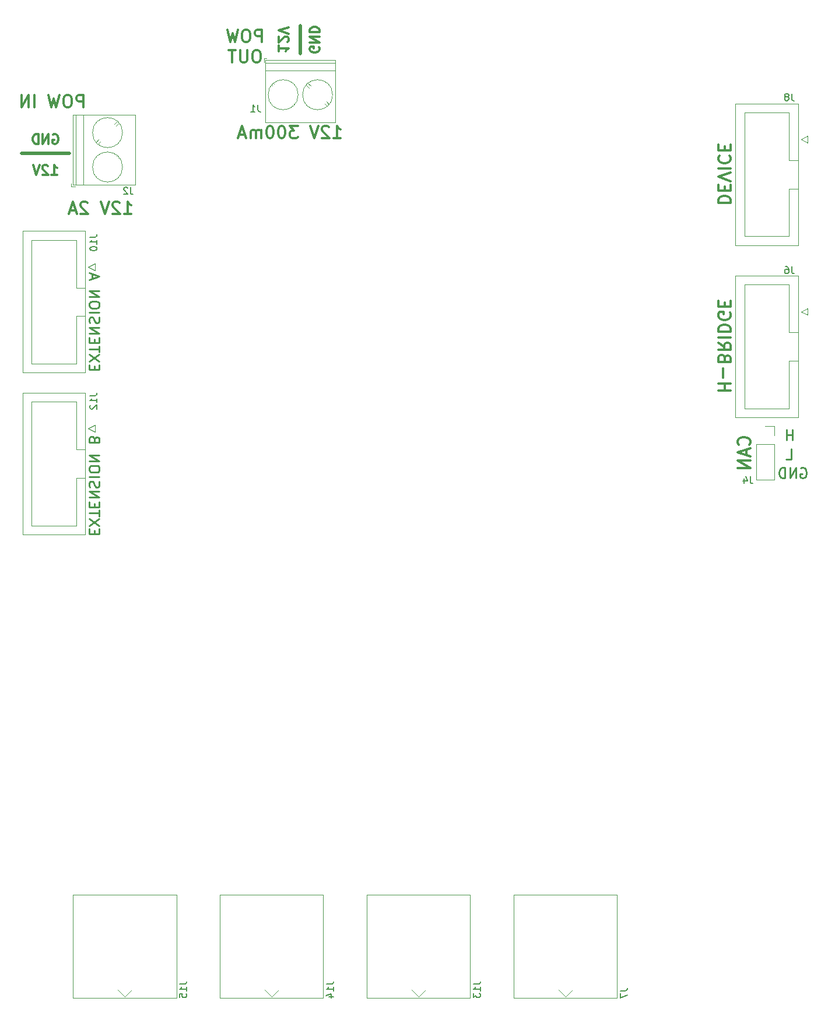
<source format=gbr>
%TF.GenerationSoftware,KiCad,Pcbnew,(5.1.10)-1*%
%TF.CreationDate,2021-12-22T14:35:30+01:00*%
%TF.ProjectId,vca_main_board,7663615f-6d61-4696-9e5f-626f6172642e,rev?*%
%TF.SameCoordinates,Original*%
%TF.FileFunction,Legend,Bot*%
%TF.FilePolarity,Positive*%
%FSLAX46Y46*%
G04 Gerber Fmt 4.6, Leading zero omitted, Abs format (unit mm)*
G04 Created by KiCad (PCBNEW (5.1.10)-1) date 2021-12-22 14:35:30*
%MOMM*%
%LPD*%
G01*
G04 APERTURE LIST*
%ADD10C,0.250000*%
%ADD11C,0.300000*%
%ADD12C,0.500000*%
%ADD13C,0.120000*%
%ADD14C,0.150000*%
G04 APERTURE END LIST*
D10*
X41107142Y-95428571D02*
X41107142Y-94928571D01*
X40321428Y-94714285D02*
X40321428Y-95428571D01*
X41821428Y-95428571D01*
X41821428Y-94714285D01*
X41821428Y-94214285D02*
X40321428Y-93214285D01*
X41821428Y-93214285D02*
X40321428Y-94214285D01*
X41821428Y-92857142D02*
X41821428Y-92000000D01*
X40321428Y-92428571D02*
X41821428Y-92428571D01*
X41107142Y-91500000D02*
X41107142Y-91000000D01*
X40321428Y-90785714D02*
X40321428Y-91500000D01*
X41821428Y-91500000D01*
X41821428Y-90785714D01*
X40321428Y-90142857D02*
X41821428Y-90142857D01*
X40321428Y-89285714D01*
X41821428Y-89285714D01*
X40392857Y-88642857D02*
X40321428Y-88428571D01*
X40321428Y-88071428D01*
X40392857Y-87928571D01*
X40464285Y-87857142D01*
X40607142Y-87785714D01*
X40750000Y-87785714D01*
X40892857Y-87857142D01*
X40964285Y-87928571D01*
X41035714Y-88071428D01*
X41107142Y-88357142D01*
X41178571Y-88500000D01*
X41250000Y-88571428D01*
X41392857Y-88642857D01*
X41535714Y-88642857D01*
X41678571Y-88571428D01*
X41750000Y-88500000D01*
X41821428Y-88357142D01*
X41821428Y-88000000D01*
X41750000Y-87785714D01*
X40321428Y-87142857D02*
X41821428Y-87142857D01*
X41821428Y-86142857D02*
X41821428Y-85857142D01*
X41750000Y-85714285D01*
X41607142Y-85571428D01*
X41321428Y-85500000D01*
X40821428Y-85500000D01*
X40535714Y-85571428D01*
X40392857Y-85714285D01*
X40321428Y-85857142D01*
X40321428Y-86142857D01*
X40392857Y-86285714D01*
X40535714Y-86428571D01*
X40821428Y-86500000D01*
X41321428Y-86500000D01*
X41607142Y-86428571D01*
X41750000Y-86285714D01*
X41821428Y-86142857D01*
X40321428Y-84857142D02*
X41821428Y-84857142D01*
X40321428Y-84000000D01*
X41821428Y-84000000D01*
X40750000Y-82214285D02*
X40750000Y-81500000D01*
X40321428Y-82357142D02*
X41821428Y-81857142D01*
X40321428Y-81357142D01*
X41107142Y-119285714D02*
X41107142Y-118785714D01*
X40321428Y-118571428D02*
X40321428Y-119285714D01*
X41821428Y-119285714D01*
X41821428Y-118571428D01*
X41821428Y-118071428D02*
X40321428Y-117071428D01*
X41821428Y-117071428D02*
X40321428Y-118071428D01*
X41821428Y-116714285D02*
X41821428Y-115857142D01*
X40321428Y-116285714D02*
X41821428Y-116285714D01*
X41107142Y-115357142D02*
X41107142Y-114857142D01*
X40321428Y-114642857D02*
X40321428Y-115357142D01*
X41821428Y-115357142D01*
X41821428Y-114642857D01*
X40321428Y-114000000D02*
X41821428Y-114000000D01*
X40321428Y-113142857D01*
X41821428Y-113142857D01*
X40392857Y-112500000D02*
X40321428Y-112285714D01*
X40321428Y-111928571D01*
X40392857Y-111785714D01*
X40464285Y-111714285D01*
X40607142Y-111642857D01*
X40750000Y-111642857D01*
X40892857Y-111714285D01*
X40964285Y-111785714D01*
X41035714Y-111928571D01*
X41107142Y-112214285D01*
X41178571Y-112357142D01*
X41250000Y-112428571D01*
X41392857Y-112500000D01*
X41535714Y-112500000D01*
X41678571Y-112428571D01*
X41750000Y-112357142D01*
X41821428Y-112214285D01*
X41821428Y-111857142D01*
X41750000Y-111642857D01*
X40321428Y-111000000D02*
X41821428Y-111000000D01*
X41821428Y-110000000D02*
X41821428Y-109714285D01*
X41750000Y-109571428D01*
X41607142Y-109428571D01*
X41321428Y-109357142D01*
X40821428Y-109357142D01*
X40535714Y-109428571D01*
X40392857Y-109571428D01*
X40321428Y-109714285D01*
X40321428Y-110000000D01*
X40392857Y-110142857D01*
X40535714Y-110285714D01*
X40821428Y-110357142D01*
X41321428Y-110357142D01*
X41607142Y-110285714D01*
X41750000Y-110142857D01*
X41821428Y-110000000D01*
X40321428Y-108714285D02*
X41821428Y-108714285D01*
X40321428Y-107857142D01*
X41821428Y-107857142D01*
X41107142Y-105500000D02*
X41035714Y-105285714D01*
X40964285Y-105214285D01*
X40821428Y-105142857D01*
X40607142Y-105142857D01*
X40464285Y-105214285D01*
X40392857Y-105285714D01*
X40321428Y-105428571D01*
X40321428Y-106000000D01*
X41821428Y-106000000D01*
X41821428Y-105500000D01*
X41750000Y-105357142D01*
X41678571Y-105285714D01*
X41535714Y-105214285D01*
X41392857Y-105214285D01*
X41250000Y-105285714D01*
X41178571Y-105357142D01*
X41107142Y-105500000D01*
X41107142Y-106000000D01*
X143642857Y-109750000D02*
X143785714Y-109678571D01*
X144000000Y-109678571D01*
X144214285Y-109750000D01*
X144357142Y-109892857D01*
X144428571Y-110035714D01*
X144500000Y-110321428D01*
X144500000Y-110535714D01*
X144428571Y-110821428D01*
X144357142Y-110964285D01*
X144214285Y-111107142D01*
X144000000Y-111178571D01*
X143857142Y-111178571D01*
X143642857Y-111107142D01*
X143571428Y-111035714D01*
X143571428Y-110535714D01*
X143857142Y-110535714D01*
X142928571Y-111178571D02*
X142928571Y-109678571D01*
X142071428Y-111178571D01*
X142071428Y-109678571D01*
X141357142Y-111178571D02*
X141357142Y-109678571D01*
X141000000Y-109678571D01*
X140785714Y-109750000D01*
X140642857Y-109892857D01*
X140571428Y-110035714D01*
X140500000Y-110321428D01*
X140500000Y-110535714D01*
X140571428Y-110821428D01*
X140642857Y-110964285D01*
X140785714Y-111107142D01*
X141000000Y-111178571D01*
X141357142Y-111178571D01*
X141535714Y-108428571D02*
X142250000Y-108428571D01*
X142250000Y-106928571D01*
X142428571Y-105678571D02*
X142428571Y-104178571D01*
X142428571Y-104892857D02*
X141571428Y-104892857D01*
X141571428Y-105678571D02*
X141571428Y-104178571D01*
D11*
X136142857Y-106342857D02*
X136228571Y-106257142D01*
X136314285Y-106000000D01*
X136314285Y-105828571D01*
X136228571Y-105571428D01*
X136057142Y-105400000D01*
X135885714Y-105314285D01*
X135542857Y-105228571D01*
X135285714Y-105228571D01*
X134942857Y-105314285D01*
X134771428Y-105400000D01*
X134600000Y-105571428D01*
X134514285Y-105828571D01*
X134514285Y-106000000D01*
X134600000Y-106257142D01*
X134685714Y-106342857D01*
X135800000Y-107028571D02*
X135800000Y-107885714D01*
X136314285Y-106857142D02*
X134514285Y-107457142D01*
X136314285Y-108057142D01*
X136314285Y-108657142D02*
X134514285Y-108657142D01*
X136314285Y-109685714D01*
X134514285Y-109685714D01*
X131685714Y-98471428D02*
X133485714Y-98471428D01*
X132628571Y-98471428D02*
X132628571Y-97442857D01*
X131685714Y-97442857D02*
X133485714Y-97442857D01*
X132371428Y-96585714D02*
X132371428Y-95214285D01*
X132628571Y-93757142D02*
X132542857Y-93500000D01*
X132457142Y-93414285D01*
X132285714Y-93328571D01*
X132028571Y-93328571D01*
X131857142Y-93414285D01*
X131771428Y-93500000D01*
X131685714Y-93671428D01*
X131685714Y-94357142D01*
X133485714Y-94357142D01*
X133485714Y-93757142D01*
X133400000Y-93585714D01*
X133314285Y-93500000D01*
X133142857Y-93414285D01*
X132971428Y-93414285D01*
X132800000Y-93500000D01*
X132714285Y-93585714D01*
X132628571Y-93757142D01*
X132628571Y-94357142D01*
X131685714Y-91528571D02*
X132542857Y-92128571D01*
X131685714Y-92557142D02*
X133485714Y-92557142D01*
X133485714Y-91871428D01*
X133400000Y-91700000D01*
X133314285Y-91614285D01*
X133142857Y-91528571D01*
X132885714Y-91528571D01*
X132714285Y-91614285D01*
X132628571Y-91700000D01*
X132542857Y-91871428D01*
X132542857Y-92557142D01*
X131685714Y-90757142D02*
X133485714Y-90757142D01*
X131685714Y-89900000D02*
X133485714Y-89900000D01*
X133485714Y-89471428D01*
X133400000Y-89214285D01*
X133228571Y-89042857D01*
X133057142Y-88957142D01*
X132714285Y-88871428D01*
X132457142Y-88871428D01*
X132114285Y-88957142D01*
X131942857Y-89042857D01*
X131771428Y-89214285D01*
X131685714Y-89471428D01*
X131685714Y-89900000D01*
X133400000Y-87157142D02*
X133485714Y-87328571D01*
X133485714Y-87585714D01*
X133400000Y-87842857D01*
X133228571Y-88014285D01*
X133057142Y-88100000D01*
X132714285Y-88185714D01*
X132457142Y-88185714D01*
X132114285Y-88100000D01*
X131942857Y-88014285D01*
X131771428Y-87842857D01*
X131685714Y-87585714D01*
X131685714Y-87414285D01*
X131771428Y-87157142D01*
X131857142Y-87071428D01*
X132457142Y-87071428D01*
X132457142Y-87414285D01*
X132628571Y-86300000D02*
X132628571Y-85700000D01*
X131685714Y-85442857D02*
X131685714Y-86300000D01*
X133485714Y-86300000D01*
X133485714Y-85442857D01*
X131685714Y-71200000D02*
X133485714Y-71200000D01*
X133485714Y-70771428D01*
X133400000Y-70514285D01*
X133228571Y-70342857D01*
X133057142Y-70257142D01*
X132714285Y-70171428D01*
X132457142Y-70171428D01*
X132114285Y-70257142D01*
X131942857Y-70342857D01*
X131771428Y-70514285D01*
X131685714Y-70771428D01*
X131685714Y-71200000D01*
X132628571Y-69400000D02*
X132628571Y-68800000D01*
X131685714Y-68542857D02*
X131685714Y-69400000D01*
X133485714Y-69400000D01*
X133485714Y-68542857D01*
X133485714Y-68028571D02*
X131685714Y-67428571D01*
X133485714Y-66828571D01*
X131685714Y-66228571D02*
X133485714Y-66228571D01*
X131857142Y-64342857D02*
X131771428Y-64428571D01*
X131685714Y-64685714D01*
X131685714Y-64857142D01*
X131771428Y-65114285D01*
X131942857Y-65285714D01*
X132114285Y-65371428D01*
X132457142Y-65457142D01*
X132714285Y-65457142D01*
X133057142Y-65371428D01*
X133228571Y-65285714D01*
X133400000Y-65114285D01*
X133485714Y-64857142D01*
X133485714Y-64685714D01*
X133400000Y-64428571D01*
X133314285Y-64342857D01*
X132628571Y-63571428D02*
X132628571Y-62971428D01*
X131685714Y-62714285D02*
X131685714Y-63571428D01*
X133485714Y-63571428D01*
X133485714Y-62714285D01*
X75842857Y-61814285D02*
X76871428Y-61814285D01*
X76357142Y-61814285D02*
X76357142Y-60014285D01*
X76528571Y-60271428D01*
X76700000Y-60442857D01*
X76871428Y-60528571D01*
X75157142Y-60185714D02*
X75071428Y-60100000D01*
X74900000Y-60014285D01*
X74471428Y-60014285D01*
X74300000Y-60100000D01*
X74214285Y-60185714D01*
X74128571Y-60357142D01*
X74128571Y-60528571D01*
X74214285Y-60785714D01*
X75242857Y-61814285D01*
X74128571Y-61814285D01*
X73614285Y-60014285D02*
X73014285Y-61814285D01*
X72414285Y-60014285D01*
X70614285Y-60014285D02*
X69500000Y-60014285D01*
X70100000Y-60700000D01*
X69842857Y-60700000D01*
X69671428Y-60785714D01*
X69585714Y-60871428D01*
X69500000Y-61042857D01*
X69500000Y-61471428D01*
X69585714Y-61642857D01*
X69671428Y-61728571D01*
X69842857Y-61814285D01*
X70357142Y-61814285D01*
X70528571Y-61728571D01*
X70614285Y-61642857D01*
X68385714Y-60014285D02*
X68214285Y-60014285D01*
X68042857Y-60100000D01*
X67957142Y-60185714D01*
X67871428Y-60357142D01*
X67785714Y-60700000D01*
X67785714Y-61128571D01*
X67871428Y-61471428D01*
X67957142Y-61642857D01*
X68042857Y-61728571D01*
X68214285Y-61814285D01*
X68385714Y-61814285D01*
X68557142Y-61728571D01*
X68642857Y-61642857D01*
X68728571Y-61471428D01*
X68814285Y-61128571D01*
X68814285Y-60700000D01*
X68728571Y-60357142D01*
X68642857Y-60185714D01*
X68557142Y-60100000D01*
X68385714Y-60014285D01*
X66671428Y-60014285D02*
X66499999Y-60014285D01*
X66328571Y-60100000D01*
X66242857Y-60185714D01*
X66157142Y-60357142D01*
X66071428Y-60700000D01*
X66071428Y-61128571D01*
X66157142Y-61471428D01*
X66242857Y-61642857D01*
X66328571Y-61728571D01*
X66499999Y-61814285D01*
X66671428Y-61814285D01*
X66842857Y-61728571D01*
X66928571Y-61642857D01*
X67014285Y-61471428D01*
X67099999Y-61128571D01*
X67099999Y-60700000D01*
X67014285Y-60357142D01*
X66928571Y-60185714D01*
X66842857Y-60100000D01*
X66671428Y-60014285D01*
X65299999Y-61814285D02*
X65299999Y-60614285D01*
X65299999Y-60785714D02*
X65214285Y-60700000D01*
X65042857Y-60614285D01*
X64785714Y-60614285D01*
X64614285Y-60700000D01*
X64528571Y-60871428D01*
X64528571Y-61814285D01*
X64528571Y-60871428D02*
X64442857Y-60700000D01*
X64271428Y-60614285D01*
X64014285Y-60614285D01*
X63842857Y-60700000D01*
X63757142Y-60871428D01*
X63757142Y-61814285D01*
X62985714Y-61300000D02*
X62128571Y-61300000D01*
X63157142Y-61814285D02*
X62557142Y-60014285D01*
X61957142Y-61814285D01*
X45428571Y-72814285D02*
X46457142Y-72814285D01*
X45942857Y-72814285D02*
X45942857Y-71014285D01*
X46114285Y-71271428D01*
X46285714Y-71442857D01*
X46457142Y-71528571D01*
X44742857Y-71185714D02*
X44657142Y-71100000D01*
X44485714Y-71014285D01*
X44057142Y-71014285D01*
X43885714Y-71100000D01*
X43800000Y-71185714D01*
X43714285Y-71357142D01*
X43714285Y-71528571D01*
X43800000Y-71785714D01*
X44828571Y-72814285D01*
X43714285Y-72814285D01*
X43200000Y-71014285D02*
X42600000Y-72814285D01*
X42000000Y-71014285D01*
X40114285Y-71185714D02*
X40028571Y-71100000D01*
X39857142Y-71014285D01*
X39428571Y-71014285D01*
X39257142Y-71100000D01*
X39171428Y-71185714D01*
X39085714Y-71357142D01*
X39085714Y-71528571D01*
X39171428Y-71785714D01*
X40200000Y-72814285D01*
X39085714Y-72814285D01*
X38400000Y-72300000D02*
X37542857Y-72300000D01*
X38571428Y-72814285D02*
X37971428Y-71014285D01*
X37371428Y-72814285D01*
X39500000Y-57314285D02*
X39500000Y-55514285D01*
X38814285Y-55514285D01*
X38642857Y-55600000D01*
X38557142Y-55685714D01*
X38471428Y-55857142D01*
X38471428Y-56114285D01*
X38557142Y-56285714D01*
X38642857Y-56371428D01*
X38814285Y-56457142D01*
X39500000Y-56457142D01*
X37357142Y-55514285D02*
X37014285Y-55514285D01*
X36842857Y-55600000D01*
X36671428Y-55771428D01*
X36585714Y-56114285D01*
X36585714Y-56714285D01*
X36671428Y-57057142D01*
X36842857Y-57228571D01*
X37014285Y-57314285D01*
X37357142Y-57314285D01*
X37528571Y-57228571D01*
X37700000Y-57057142D01*
X37785714Y-56714285D01*
X37785714Y-56114285D01*
X37700000Y-55771428D01*
X37528571Y-55600000D01*
X37357142Y-55514285D01*
X35985714Y-55514285D02*
X35557142Y-57314285D01*
X35214285Y-56028571D01*
X34871428Y-57314285D01*
X34442857Y-55514285D01*
X32385714Y-57314285D02*
X32385714Y-55514285D01*
X31528571Y-57314285D02*
X31528571Y-55514285D01*
X30500000Y-57314285D01*
X30500000Y-55514285D01*
X65442857Y-47814285D02*
X65442857Y-46014285D01*
X64757142Y-46014285D01*
X64585714Y-46100000D01*
X64500000Y-46185714D01*
X64414285Y-46357142D01*
X64414285Y-46614285D01*
X64500000Y-46785714D01*
X64585714Y-46871428D01*
X64757142Y-46957142D01*
X65442857Y-46957142D01*
X63300000Y-46014285D02*
X62957142Y-46014285D01*
X62785714Y-46100000D01*
X62614285Y-46271428D01*
X62528571Y-46614285D01*
X62528571Y-47214285D01*
X62614285Y-47557142D01*
X62785714Y-47728571D01*
X62957142Y-47814285D01*
X63300000Y-47814285D01*
X63471428Y-47728571D01*
X63642857Y-47557142D01*
X63728571Y-47214285D01*
X63728571Y-46614285D01*
X63642857Y-46271428D01*
X63471428Y-46100000D01*
X63300000Y-46014285D01*
X61928571Y-46014285D02*
X61500000Y-47814285D01*
X61157142Y-46528571D01*
X60814285Y-47814285D01*
X60385714Y-46014285D01*
X64800000Y-49014285D02*
X64457142Y-49014285D01*
X64285714Y-49100000D01*
X64114285Y-49271428D01*
X64028571Y-49614285D01*
X64028571Y-50214285D01*
X64114285Y-50557142D01*
X64285714Y-50728571D01*
X64457142Y-50814285D01*
X64800000Y-50814285D01*
X64971428Y-50728571D01*
X65142857Y-50557142D01*
X65228571Y-50214285D01*
X65228571Y-49614285D01*
X65142857Y-49271428D01*
X64971428Y-49100000D01*
X64800000Y-49014285D01*
X63257142Y-49014285D02*
X63257142Y-50471428D01*
X63171428Y-50642857D01*
X63085714Y-50728571D01*
X62914285Y-50814285D01*
X62571428Y-50814285D01*
X62400000Y-50728571D01*
X62314285Y-50642857D01*
X62228571Y-50471428D01*
X62228571Y-49014285D01*
X61628571Y-49014285D02*
X60600000Y-49014285D01*
X61114285Y-50814285D02*
X61114285Y-49014285D01*
D12*
X71000000Y-49500000D02*
X71000000Y-45500000D01*
D11*
X67866666Y-48366666D02*
X67866666Y-49166666D01*
X67866666Y-48766666D02*
X69266666Y-48766666D01*
X69066666Y-48900000D01*
X68933333Y-49033333D01*
X68866666Y-49166666D01*
X69133333Y-47833333D02*
X69200000Y-47766666D01*
X69266666Y-47633333D01*
X69266666Y-47300000D01*
X69200000Y-47166666D01*
X69133333Y-47100000D01*
X69000000Y-47033333D01*
X68866666Y-47033333D01*
X68666666Y-47100000D01*
X67866666Y-47900000D01*
X67866666Y-47033333D01*
X69266666Y-46633333D02*
X67866666Y-46166666D01*
X69266666Y-45700000D01*
X73700000Y-48566666D02*
X73766666Y-48700000D01*
X73766666Y-48900000D01*
X73700000Y-49100000D01*
X73566666Y-49233333D01*
X73433333Y-49300000D01*
X73166666Y-49366666D01*
X72966666Y-49366666D01*
X72700000Y-49300000D01*
X72566666Y-49233333D01*
X72433333Y-49100000D01*
X72366666Y-48900000D01*
X72366666Y-48766666D01*
X72433333Y-48566666D01*
X72500000Y-48500000D01*
X72966666Y-48500000D01*
X72966666Y-48766666D01*
X72366666Y-47900000D02*
X73766666Y-47900000D01*
X72366666Y-47100000D01*
X73766666Y-47100000D01*
X72366666Y-46433333D02*
X73766666Y-46433333D01*
X73766666Y-46100000D01*
X73700000Y-45900000D01*
X73566666Y-45766666D01*
X73433333Y-45700000D01*
X73166666Y-45633333D01*
X72966666Y-45633333D01*
X72700000Y-45700000D01*
X72566666Y-45766666D01*
X72433333Y-45900000D01*
X72366666Y-46100000D01*
X72366666Y-46433333D01*
D12*
X37500000Y-64000000D02*
X30500000Y-64000000D01*
D11*
X35066666Y-61300000D02*
X35200000Y-61233333D01*
X35400000Y-61233333D01*
X35600000Y-61300000D01*
X35733333Y-61433333D01*
X35800000Y-61566666D01*
X35866666Y-61833333D01*
X35866666Y-62033333D01*
X35800000Y-62300000D01*
X35733333Y-62433333D01*
X35600000Y-62566666D01*
X35400000Y-62633333D01*
X35266666Y-62633333D01*
X35066666Y-62566666D01*
X35000000Y-62500000D01*
X35000000Y-62033333D01*
X35266666Y-62033333D01*
X34400000Y-62633333D02*
X34400000Y-61233333D01*
X33600000Y-62633333D01*
X33600000Y-61233333D01*
X32933333Y-62633333D02*
X32933333Y-61233333D01*
X32600000Y-61233333D01*
X32400000Y-61300000D01*
X32266666Y-61433333D01*
X32200000Y-61566666D01*
X32133333Y-61833333D01*
X32133333Y-62033333D01*
X32200000Y-62300000D01*
X32266666Y-62433333D01*
X32400000Y-62566666D01*
X32600000Y-62633333D01*
X32933333Y-62633333D01*
X34866666Y-67133333D02*
X35666666Y-67133333D01*
X35266666Y-67133333D02*
X35266666Y-65733333D01*
X35400000Y-65933333D01*
X35533333Y-66066666D01*
X35666666Y-66133333D01*
X34333333Y-65866666D02*
X34266666Y-65800000D01*
X34133333Y-65733333D01*
X33800000Y-65733333D01*
X33666666Y-65800000D01*
X33600000Y-65866666D01*
X33533333Y-66000000D01*
X33533333Y-66133333D01*
X33600000Y-66333333D01*
X34400000Y-67133333D01*
X33533333Y-67133333D01*
X33133333Y-65733333D02*
X32666666Y-67133333D01*
X32200000Y-65733333D01*
D13*
%TO.C,J12*%
X39790000Y-98790000D02*
X30670000Y-98790000D01*
X30670000Y-98790000D02*
X30670000Y-119370000D01*
X30670000Y-119370000D02*
X39790000Y-119370000D01*
X39790000Y-119370000D02*
X39790000Y-98790000D01*
X39790000Y-107030000D02*
X38480000Y-107030000D01*
X38480000Y-107030000D02*
X38480000Y-100090000D01*
X38480000Y-100090000D02*
X31980000Y-100090000D01*
X31980000Y-100090000D02*
X31980000Y-118070000D01*
X31980000Y-118070000D02*
X38480000Y-118070000D01*
X38480000Y-118070000D02*
X38480000Y-111130000D01*
X38480000Y-111130000D02*
X38480000Y-111130000D01*
X38480000Y-111130000D02*
X39790000Y-111130000D01*
X40180000Y-104000000D02*
X41180000Y-103500000D01*
X41180000Y-103500000D02*
X41180000Y-104500000D01*
X41180000Y-104500000D02*
X40180000Y-104000000D01*
%TO.C,J15*%
X45500000Y-186500000D02*
X46500000Y-185500000D01*
X45500000Y-186500000D02*
X44500000Y-185500000D01*
X38000000Y-171700000D02*
X38000000Y-186700000D01*
X53000000Y-171700000D02*
X38000000Y-171700000D01*
X53000000Y-186700000D02*
X53000000Y-171700000D01*
X38000000Y-186700000D02*
X53000000Y-186700000D01*
%TO.C,J14*%
X66833333Y-186500000D02*
X67833333Y-185500000D01*
X66833333Y-186500000D02*
X65833333Y-185500000D01*
X59333333Y-171700000D02*
X59333333Y-186700000D01*
X74333333Y-171700000D02*
X59333333Y-171700000D01*
X74333333Y-186700000D02*
X74333333Y-171700000D01*
X59333333Y-186700000D02*
X74333333Y-186700000D01*
%TO.C,J13*%
X88166666Y-186500000D02*
X89166666Y-185500000D01*
X88166666Y-186500000D02*
X87166666Y-185500000D01*
X80666666Y-171700000D02*
X80666666Y-186700000D01*
X95666666Y-171700000D02*
X80666666Y-171700000D01*
X95666666Y-186700000D02*
X95666666Y-171700000D01*
X80666666Y-186700000D02*
X95666666Y-186700000D01*
%TO.C,J7*%
X109500000Y-186500000D02*
X110500000Y-185500000D01*
X109500000Y-186500000D02*
X108500000Y-185500000D01*
X102000000Y-171700000D02*
X102000000Y-186700000D01*
X117000000Y-171700000D02*
X102000000Y-171700000D01*
X117000000Y-186700000D02*
X117000000Y-171700000D01*
X102000000Y-186700000D02*
X117000000Y-186700000D01*
%TO.C,J4*%
X139830000Y-103670000D02*
X138500000Y-103670000D01*
X139830000Y-105000000D02*
X139830000Y-103670000D01*
X139830000Y-106270000D02*
X137170000Y-106270000D01*
X137170000Y-106270000D02*
X137170000Y-111410000D01*
X139830000Y-106270000D02*
X139830000Y-111410000D01*
X139830000Y-111410000D02*
X137170000Y-111410000D01*
%TO.C,J10*%
X39790000Y-75290000D02*
X30670000Y-75290000D01*
X30670000Y-75290000D02*
X30670000Y-95870000D01*
X30670000Y-95870000D02*
X39790000Y-95870000D01*
X39790000Y-95870000D02*
X39790000Y-75290000D01*
X39790000Y-83530000D02*
X38480000Y-83530000D01*
X38480000Y-83530000D02*
X38480000Y-76590000D01*
X38480000Y-76590000D02*
X31980000Y-76590000D01*
X31980000Y-76590000D02*
X31980000Y-94570000D01*
X31980000Y-94570000D02*
X38480000Y-94570000D01*
X38480000Y-94570000D02*
X38480000Y-87630000D01*
X38480000Y-87630000D02*
X38480000Y-87630000D01*
X38480000Y-87630000D02*
X39790000Y-87630000D01*
X40180000Y-80500000D02*
X41180000Y-80000000D01*
X41180000Y-80000000D02*
X41180000Y-81000000D01*
X41180000Y-81000000D02*
X40180000Y-80500000D01*
%TO.C,J8*%
X143290000Y-56790000D02*
X134170000Y-56790000D01*
X134170000Y-56790000D02*
X134170000Y-77370000D01*
X134170000Y-77370000D02*
X143290000Y-77370000D01*
X143290000Y-77370000D02*
X143290000Y-56790000D01*
X143290000Y-65030000D02*
X141980000Y-65030000D01*
X141980000Y-65030000D02*
X141980000Y-58090000D01*
X141980000Y-58090000D02*
X135480000Y-58090000D01*
X135480000Y-58090000D02*
X135480000Y-76070000D01*
X135480000Y-76070000D02*
X141980000Y-76070000D01*
X141980000Y-76070000D02*
X141980000Y-69130000D01*
X141980000Y-69130000D02*
X141980000Y-69130000D01*
X141980000Y-69130000D02*
X143290000Y-69130000D01*
X143680000Y-62000000D02*
X144680000Y-61500000D01*
X144680000Y-61500000D02*
X144680000Y-62500000D01*
X144680000Y-62500000D02*
X143680000Y-62000000D01*
%TO.C,J6*%
X143290000Y-81790000D02*
X134170000Y-81790000D01*
X134170000Y-81790000D02*
X134170000Y-102370000D01*
X134170000Y-102370000D02*
X143290000Y-102370000D01*
X143290000Y-102370000D02*
X143290000Y-81790000D01*
X143290000Y-90030000D02*
X141980000Y-90030000D01*
X141980000Y-90030000D02*
X141980000Y-83090000D01*
X141980000Y-83090000D02*
X135480000Y-83090000D01*
X135480000Y-83090000D02*
X135480000Y-101070000D01*
X135480000Y-101070000D02*
X141980000Y-101070000D01*
X141980000Y-101070000D02*
X141980000Y-94130000D01*
X141980000Y-94130000D02*
X141980000Y-94130000D01*
X141980000Y-94130000D02*
X143290000Y-94130000D01*
X143680000Y-87000000D02*
X144680000Y-86500000D01*
X144680000Y-86500000D02*
X144680000Y-87500000D01*
X144680000Y-87500000D02*
X143680000Y-87000000D01*
%TO.C,J1*%
X70680000Y-55500000D02*
G75*
G03*
X70680000Y-55500000I-2180000J0D01*
G01*
X75680000Y-55500000D02*
G75*
G03*
X75680000Y-55500000I-2180000J0D01*
G01*
X65940000Y-50900000D02*
X76060000Y-50900000D01*
X65940000Y-52000000D02*
X76060000Y-52000000D01*
X65940000Y-59560000D02*
X76060000Y-59560000D01*
X65940000Y-50440000D02*
X76060000Y-50440000D01*
X65940000Y-59560000D02*
X65940000Y-50440000D01*
X76060000Y-59560000D02*
X76060000Y-50440000D01*
X70154000Y-56888000D02*
X70047000Y-56781000D01*
X67218000Y-53953000D02*
X67112000Y-53846000D01*
X69888000Y-57154000D02*
X69781000Y-57047000D01*
X66952000Y-54219000D02*
X66846000Y-54112000D01*
X75154000Y-56888000D02*
X74759000Y-56492000D01*
X72493000Y-54226000D02*
X72113000Y-53846000D01*
X74888000Y-57154000D02*
X74508000Y-56774000D01*
X72242000Y-54508000D02*
X71847000Y-54112000D01*
X65700000Y-50840000D02*
X65700000Y-50200000D01*
X65700000Y-50200000D02*
X66100000Y-50200000D01*
%TO.C,J2*%
X37700000Y-68800000D02*
X37700000Y-68400000D01*
X38340000Y-68800000D02*
X37700000Y-68800000D01*
X42008000Y-62258000D02*
X41612000Y-62653000D01*
X44654000Y-59612000D02*
X44274000Y-59992000D01*
X41726000Y-62007000D02*
X41346000Y-62387000D01*
X44388000Y-59346000D02*
X43992000Y-59741000D01*
X41719000Y-67548000D02*
X41612000Y-67654000D01*
X44654000Y-64612000D02*
X44547000Y-64719000D01*
X41453000Y-67282000D02*
X41346000Y-67388000D01*
X44388000Y-64346000D02*
X44281000Y-64453000D01*
X47060000Y-58440000D02*
X37940000Y-58440000D01*
X47060000Y-68560000D02*
X37940000Y-68560000D01*
X37940000Y-68560000D02*
X37940000Y-58440000D01*
X47060000Y-68560000D02*
X47060000Y-58440000D01*
X39500000Y-68560000D02*
X39500000Y-58440000D01*
X38400000Y-68560000D02*
X38400000Y-58440000D01*
X45180000Y-61000000D02*
G75*
G03*
X45180000Y-61000000I-2180000J0D01*
G01*
X45180000Y-66000000D02*
G75*
G03*
X45180000Y-66000000I-2180000J0D01*
G01*
%TO.C,J12*%
D14*
X40452380Y-99190476D02*
X41166666Y-99190476D01*
X41309523Y-99142857D01*
X41404761Y-99047619D01*
X41452380Y-98904761D01*
X41452380Y-98809523D01*
X41452380Y-100190476D02*
X41452380Y-99619047D01*
X41452380Y-99904761D02*
X40452380Y-99904761D01*
X40595238Y-99809523D01*
X40690476Y-99714285D01*
X40738095Y-99619047D01*
X40547619Y-100571428D02*
X40500000Y-100619047D01*
X40452380Y-100714285D01*
X40452380Y-100952380D01*
X40500000Y-101047619D01*
X40547619Y-101095238D01*
X40642857Y-101142857D01*
X40738095Y-101142857D01*
X40880952Y-101095238D01*
X41452380Y-100523809D01*
X41452380Y-101142857D01*
%TO.C,J15*%
X53452380Y-184690476D02*
X54166666Y-184690476D01*
X54309523Y-184642857D01*
X54404761Y-184547619D01*
X54452380Y-184404761D01*
X54452380Y-184309523D01*
X54452380Y-185690476D02*
X54452380Y-185119047D01*
X54452380Y-185404761D02*
X53452380Y-185404761D01*
X53595238Y-185309523D01*
X53690476Y-185214285D01*
X53738095Y-185119047D01*
X53452380Y-186595238D02*
X53452380Y-186119047D01*
X53928571Y-186071428D01*
X53880952Y-186119047D01*
X53833333Y-186214285D01*
X53833333Y-186452380D01*
X53880952Y-186547619D01*
X53928571Y-186595238D01*
X54023809Y-186642857D01*
X54261904Y-186642857D01*
X54357142Y-186595238D01*
X54404761Y-186547619D01*
X54452380Y-186452380D01*
X54452380Y-186214285D01*
X54404761Y-186119047D01*
X54357142Y-186071428D01*
%TO.C,J14*%
X74785713Y-184690476D02*
X75499999Y-184690476D01*
X75642856Y-184642857D01*
X75738094Y-184547619D01*
X75785713Y-184404761D01*
X75785713Y-184309523D01*
X75785713Y-185690476D02*
X75785713Y-185119047D01*
X75785713Y-185404761D02*
X74785713Y-185404761D01*
X74928571Y-185309523D01*
X75023809Y-185214285D01*
X75071428Y-185119047D01*
X75119047Y-186547619D02*
X75785713Y-186547619D01*
X74738094Y-186309523D02*
X75452380Y-186071428D01*
X75452380Y-186690476D01*
%TO.C,J13*%
X96119046Y-184690476D02*
X96833332Y-184690476D01*
X96976189Y-184642857D01*
X97071427Y-184547619D01*
X97119046Y-184404761D01*
X97119046Y-184309523D01*
X97119046Y-185690476D02*
X97119046Y-185119047D01*
X97119046Y-185404761D02*
X96119046Y-185404761D01*
X96261904Y-185309523D01*
X96357142Y-185214285D01*
X96404761Y-185119047D01*
X96119046Y-186023809D02*
X96119046Y-186642857D01*
X96499999Y-186309523D01*
X96499999Y-186452380D01*
X96547618Y-186547619D01*
X96595237Y-186595238D01*
X96690475Y-186642857D01*
X96928570Y-186642857D01*
X97023808Y-186595238D01*
X97071427Y-186547619D01*
X97119046Y-186452380D01*
X97119046Y-186166666D01*
X97071427Y-186071428D01*
X97023808Y-186023809D01*
%TO.C,J7*%
X117452380Y-185666666D02*
X118166666Y-185666666D01*
X118309523Y-185619047D01*
X118404761Y-185523809D01*
X118452380Y-185380952D01*
X118452380Y-185285714D01*
X117452380Y-186047619D02*
X117452380Y-186714285D01*
X118452380Y-186285714D01*
%TO.C,J4*%
X136333333Y-110952380D02*
X136333333Y-111666666D01*
X136380952Y-111809523D01*
X136476190Y-111904761D01*
X136619047Y-111952380D01*
X136714285Y-111952380D01*
X135428571Y-111285714D02*
X135428571Y-111952380D01*
X135666666Y-110904761D02*
X135904761Y-111619047D01*
X135285714Y-111619047D01*
%TO.C,J10*%
X40452380Y-76190476D02*
X41166666Y-76190476D01*
X41309523Y-76142857D01*
X41404761Y-76047619D01*
X41452380Y-75904761D01*
X41452380Y-75809523D01*
X41452380Y-77190476D02*
X41452380Y-76619047D01*
X41452380Y-76904761D02*
X40452380Y-76904761D01*
X40595238Y-76809523D01*
X40690476Y-76714285D01*
X40738095Y-76619047D01*
X40452380Y-77809523D02*
X40452380Y-77904761D01*
X40500000Y-78000000D01*
X40547619Y-78047619D01*
X40642857Y-78095238D01*
X40833333Y-78142857D01*
X41071428Y-78142857D01*
X41261904Y-78095238D01*
X41357142Y-78047619D01*
X41404761Y-78000000D01*
X41452380Y-77904761D01*
X41452380Y-77809523D01*
X41404761Y-77714285D01*
X41357142Y-77666666D01*
X41261904Y-77619047D01*
X41071428Y-77571428D01*
X40833333Y-77571428D01*
X40642857Y-77619047D01*
X40547619Y-77666666D01*
X40500000Y-77714285D01*
X40452380Y-77809523D01*
%TO.C,J8*%
X142333333Y-55352380D02*
X142333333Y-56066666D01*
X142380952Y-56209523D01*
X142476190Y-56304761D01*
X142619047Y-56352380D01*
X142714285Y-56352380D01*
X141714285Y-55780952D02*
X141809523Y-55733333D01*
X141857142Y-55685714D01*
X141904761Y-55590476D01*
X141904761Y-55542857D01*
X141857142Y-55447619D01*
X141809523Y-55400000D01*
X141714285Y-55352380D01*
X141523809Y-55352380D01*
X141428571Y-55400000D01*
X141380952Y-55447619D01*
X141333333Y-55542857D01*
X141333333Y-55590476D01*
X141380952Y-55685714D01*
X141428571Y-55733333D01*
X141523809Y-55780952D01*
X141714285Y-55780952D01*
X141809523Y-55828571D01*
X141857142Y-55876190D01*
X141904761Y-55971428D01*
X141904761Y-56161904D01*
X141857142Y-56257142D01*
X141809523Y-56304761D01*
X141714285Y-56352380D01*
X141523809Y-56352380D01*
X141428571Y-56304761D01*
X141380952Y-56257142D01*
X141333333Y-56161904D01*
X141333333Y-55971428D01*
X141380952Y-55876190D01*
X141428571Y-55828571D01*
X141523809Y-55780952D01*
%TO.C,J6*%
X142333333Y-80452380D02*
X142333333Y-81166666D01*
X142380952Y-81309523D01*
X142476190Y-81404761D01*
X142619047Y-81452380D01*
X142714285Y-81452380D01*
X141428571Y-80452380D02*
X141619047Y-80452380D01*
X141714285Y-80500000D01*
X141761904Y-80547619D01*
X141857142Y-80690476D01*
X141904761Y-80880952D01*
X141904761Y-81261904D01*
X141857142Y-81357142D01*
X141809523Y-81404761D01*
X141714285Y-81452380D01*
X141523809Y-81452380D01*
X141428571Y-81404761D01*
X141380952Y-81357142D01*
X141333333Y-81261904D01*
X141333333Y-81023809D01*
X141380952Y-80928571D01*
X141428571Y-80880952D01*
X141523809Y-80833333D01*
X141714285Y-80833333D01*
X141809523Y-80880952D01*
X141857142Y-80928571D01*
X141904761Y-81023809D01*
%TO.C,J1*%
X64833333Y-56952380D02*
X64833333Y-57666666D01*
X64880952Y-57809523D01*
X64976190Y-57904761D01*
X65119047Y-57952380D01*
X65214285Y-57952380D01*
X63833333Y-57952380D02*
X64404761Y-57952380D01*
X64119047Y-57952380D02*
X64119047Y-56952380D01*
X64214285Y-57095238D01*
X64309523Y-57190476D01*
X64404761Y-57238095D01*
%TO.C,J2*%
X46333333Y-68952380D02*
X46333333Y-69666666D01*
X46380952Y-69809523D01*
X46476190Y-69904761D01*
X46619047Y-69952380D01*
X46714285Y-69952380D01*
X45904761Y-69047619D02*
X45857142Y-69000000D01*
X45761904Y-68952380D01*
X45523809Y-68952380D01*
X45428571Y-69000000D01*
X45380952Y-69047619D01*
X45333333Y-69142857D01*
X45333333Y-69238095D01*
X45380952Y-69380952D01*
X45952380Y-69952380D01*
X45333333Y-69952380D01*
%TD*%
M02*

</source>
